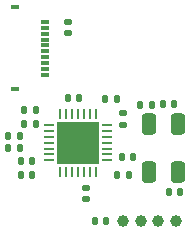
<source format=gbr>
%TF.GenerationSoftware,KiCad,Pcbnew,9.0.4*%
%TF.CreationDate,2025-09-15T00:01:54-04:00*%
%TF.ProjectId,usb-hub,7573622d-6875-4622-9e6b-696361645f70,rev?*%
%TF.SameCoordinates,Original*%
%TF.FileFunction,Soldermask,Top*%
%TF.FilePolarity,Negative*%
%FSLAX46Y46*%
G04 Gerber Fmt 4.6, Leading zero omitted, Abs format (unit mm)*
G04 Created by KiCad (PCBNEW 9.0.4) date 2025-09-15 00:01:54*
%MOMM*%
%LPD*%
G01*
G04 APERTURE LIST*
G04 Aperture macros list*
%AMRoundRect*
0 Rectangle with rounded corners*
0 $1 Rounding radius*
0 $2 $3 $4 $5 $6 $7 $8 $9 X,Y pos of 4 corners*
0 Add a 4 corners polygon primitive as box body*
4,1,4,$2,$3,$4,$5,$6,$7,$8,$9,$2,$3,0*
0 Add four circle primitives for the rounded corners*
1,1,$1+$1,$2,$3*
1,1,$1+$1,$4,$5*
1,1,$1+$1,$6,$7*
1,1,$1+$1,$8,$9*
0 Add four rect primitives between the rounded corners*
20,1,$1+$1,$2,$3,$4,$5,0*
20,1,$1+$1,$4,$5,$6,$7,0*
20,1,$1+$1,$6,$7,$8,$9,0*
20,1,$1+$1,$8,$9,$2,$3,0*%
G04 Aperture macros list end*
%ADD10RoundRect,0.135000X-0.135000X-0.185000X0.135000X-0.185000X0.135000X0.185000X-0.135000X0.185000X0*%
%ADD11RoundRect,0.135000X0.135000X0.185000X-0.135000X0.185000X-0.135000X-0.185000X0.135000X-0.185000X0*%
%ADD12C,1.000000*%
%ADD13RoundRect,0.140000X0.170000X-0.140000X0.170000X0.140000X-0.170000X0.140000X-0.170000X-0.140000X0*%
%ADD14RoundRect,0.140000X-0.140000X-0.170000X0.140000X-0.170000X0.140000X0.170000X-0.140000X0.170000X0*%
%ADD15RoundRect,0.140000X0.140000X0.170000X-0.140000X0.170000X-0.140000X-0.170000X0.140000X-0.170000X0*%
%ADD16R,0.254000X0.812800*%
%ADD17R,0.812800X0.254000*%
%ADD18R,3.606800X3.606800*%
%ADD19R,0.800000X0.300000*%
%ADD20R,0.800000X0.400000*%
%ADD21RoundRect,0.250000X0.350000X-0.650000X0.350000X0.650000X-0.350000X0.650000X-0.350000X-0.650000X0*%
%ADD22RoundRect,0.140000X-0.170000X0.140000X-0.170000X-0.140000X0.170000X-0.140000X0.170000X0.140000X0*%
G04 APERTURE END LIST*
D10*
%TO.C,R5*%
X140555002Y-43600000D03*
X141575000Y-43600000D03*
%TD*%
D11*
%TO.C,R4*%
X141575000Y-44625000D03*
X140555002Y-44625000D03*
%TD*%
D12*
%TO.C,J3*%
X150300000Y-50750000D03*
X151800000Y-50750000D03*
X153300000Y-50750000D03*
X154800000Y-50750000D03*
%TD*%
D10*
%TO.C,R2*%
X148815001Y-40425000D03*
X149834999Y-40425000D03*
%TD*%
D13*
%TO.C,C4*%
X150275000Y-42630000D03*
X150275000Y-41670000D03*
%TD*%
D14*
%TO.C,C5*%
X141680000Y-45740000D03*
X142640000Y-45740000D03*
%TD*%
D10*
%TO.C,R1*%
X149840001Y-46925000D03*
X150859999Y-46925000D03*
%TD*%
D15*
%TO.C,C1*%
X146605000Y-40375000D03*
X145645000Y-40375000D03*
%TD*%
D13*
%TO.C,C7*%
X145625000Y-34875000D03*
X145625000Y-33915000D03*
%TD*%
D11*
%TO.C,R3*%
X142925000Y-42591667D03*
X141905002Y-42591667D03*
%TD*%
D16*
%TO.C,U1*%
X145025000Y-46601100D03*
X145524999Y-46601100D03*
X146025001Y-46601100D03*
X146525000Y-46601099D03*
X147024999Y-46601100D03*
X147525001Y-46601100D03*
X148025000Y-46601100D03*
D17*
X148976100Y-45650000D03*
X148976100Y-45150001D03*
X148976100Y-44649999D03*
X148976099Y-44150000D03*
X148976100Y-43650001D03*
X148976100Y-43149999D03*
X148976100Y-42650000D03*
D16*
X148025000Y-41698900D03*
X147525001Y-41698900D03*
X147024999Y-41698900D03*
X146525000Y-41698901D03*
X146025001Y-41698900D03*
X145524999Y-41698900D03*
X145025000Y-41698900D03*
D17*
X144073900Y-42650000D03*
X144073900Y-43149999D03*
X144073900Y-43650001D03*
X144073901Y-44150000D03*
X144073900Y-44649999D03*
X144073900Y-45150001D03*
X144073900Y-45650000D03*
D18*
X146525000Y-44150000D03*
%TD*%
D15*
%TO.C,C9*%
X155130000Y-48300000D03*
X154170000Y-48300000D03*
%TD*%
D10*
%TO.C,R6*%
X141905002Y-41400000D03*
X142925000Y-41400000D03*
%TD*%
D19*
%TO.C,J2*%
X143675000Y-33925000D03*
X143675000Y-34425001D03*
X143675000Y-34925000D03*
X143675000Y-35424999D03*
X143675000Y-35925000D03*
X143675000Y-36425000D03*
X143675000Y-36925001D03*
X143675000Y-37425000D03*
X143675000Y-37924999D03*
X143675000Y-38425000D03*
D20*
X141175001Y-32700000D03*
X141175001Y-39650000D03*
%TD*%
D21*
%TO.C,Y1*%
X154952501Y-46602500D03*
X154952501Y-42602500D03*
X152552499Y-42602500D03*
X152552499Y-46602500D03*
%TD*%
D22*
%TO.C,C2*%
X147180000Y-47970000D03*
X147180000Y-48930000D03*
%TD*%
D14*
%TO.C,C8*%
X147950000Y-50820000D03*
X148910000Y-50820000D03*
%TD*%
%TO.C,C6*%
X141680000Y-46860000D03*
X142640000Y-46860000D03*
%TD*%
D10*
%TO.C,R7*%
X151750002Y-40950000D03*
X152770000Y-40950000D03*
%TD*%
D15*
%TO.C,C10*%
X154665001Y-40900000D03*
X153705001Y-40900000D03*
%TD*%
D14*
%TO.C,C3*%
X150200000Y-45370000D03*
X151160000Y-45370000D03*
%TD*%
M02*

</source>
